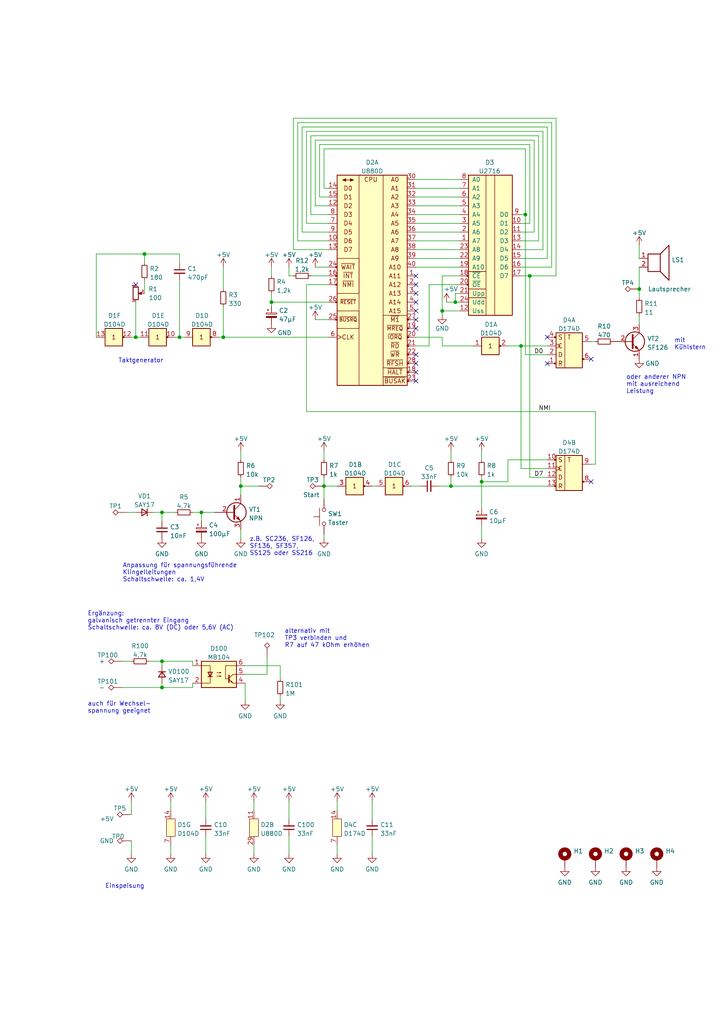
<source format=kicad_sch>
(kicad_sch (version 20211123) (generator eeschema)
  (paper "A4" portrait)
  (title_block (title "Melodieklingel") (date "28.12.22") (rev "3") (company "FA 4/86") (comment 1 "boert"))
  (lib_symbols
    (symbol "Connector:TestPoint_Alt" (pin_numbers hide) (pin_names (offset 0.762) hide)
      (property "Reference" "TP" (at 0 6.858 0))
      (property "Value" "TestPoint_Alt" (at 0 5.08 0))
      (symbol "TestPoint_Alt_1_1"
        (pin passive line (at 0 0 90) (length 2.54) (name "1") (number "1"))
      )
    )
    (symbol "Device:C_Polarized_Small" (pin_numbers hide) (pin_names (offset 0.254) hide)
      (property "Reference" "C" (at 0.254 1.778 0))
      (property "Value" "C_Polarized_Small" (at 0.254 -2.032 0))
      (symbol "C_Polarized_Small_1_1"
        (pin passive line (at 0 2.54 270) (length 1.8542) (name "~") (number "1"))
        (pin passive line (at 0 -2.54 90) (length 1.8542) (name "~") (number "2"))
      )
    )
    (symbol "Device:C_Small" (pin_numbers hide) (pin_names (offset 0.254) hide)
      (property "Reference" "C" (at 0.254 1.778 0))
      (property "Value" "C_Small" (at 0.254 -2.032 0))
      (symbol "C_Small_1_1"
        (pin passive line (at 0 2.54 270) (length 2.032) (name "~") (number "1"))
        (pin passive line (at 0 -2.54 90) (length 2.032) (name "~") (number "2"))
      )
    )
    (symbol "Device:D_Small" (pin_numbers hide) (pin_names (offset 0.254) hide)
      (property "Reference" "D" (at -1.27 2.032 0))
      (property "Value" "D_Small" (at -3.81 -2.032 0))
      (symbol "D_Small_1_1"
        (pin passive line (at -2.54 0 0) (length 1.778) (name "K") (number "1"))
        (pin passive line (at 2.54 0 180) (length 1.778) (name "A") (number "2"))
      )
    )
    (symbol "Device:R_Potentiometer_Small" (pin_names (offset 1.016) hide)
      (property "Reference" "RV" (at -4.445 0 90))
      (property "Value" "R_Potentiometer_Small" (at -2.54 0 90))
      (symbol "R_Potentiometer_Small_1_1"
        (pin passive line (at 0 2.54 270) (length 0.635) (name "1") (number "1"))
        (pin passive line (at 2.54 0 180) (length 0.9906) (name "2") (number "2"))
        (pin passive line (at 0 -2.54 90) (length 0.635) (name "3") (number "3"))
      )
    )
    (symbol "Device:R_Small" (pin_numbers hide) (pin_names (offset 0.254) hide)
      (property "Reference" "R" (at 0.762 0.508 0))
      (property "Value" "R_Small" (at 0.762 -1.016 0))
      (symbol "R_Small_1_1"
        (pin passive line (at 0 2.54 270) (length 0.762) (name "~") (number "1"))
        (pin passive line (at 0 -2.54 90) (length 0.762) (name "~") (number "2"))
      )
    )
    (symbol "Device:Speaker" (pin_names (offset 0) hide)
      (property "Reference" "LS" (at 1.27 5.715 0))
      (property "Value" "Speaker" (at 1.27 3.81 0))
      (symbol "Speaker_1_1"
        (pin input line (at -5.08 0 0) (length 2.54) (name "1") (number "1"))
        (pin input line (at -5.08 -2.54 0) (length 2.54) (name "2") (number "2"))
      )
    )
    (symbol "Mechanical:MountingHole_Pad" (pin_numbers hide) (pin_names (offset 1.016) hide)
      (property "Reference" "H" (at 0 6.35 0))
      (property "Value" "MountingHole_Pad" (at 0 4.445 0))
      (symbol "MountingHole_Pad_1_1"
        (pin input line (at 0 -2.54 90) (length 2.54) (name "1") (number "1"))
      )
    )
    (symbol "RFT_Digitalschaltkreise:D104D" (pin_names (offset 1.016) hide)
      (property "Reference" "U" (at 0 3.81 0))
      (property "Value" "D104D" (at 0 -3.81 0))
      (symbol "D104D_1_0"
        (pin output line (at 5.08 0 180) (length 2.54) (name "Y1") (number "2"))
      )
      (symbol "D104D_1_1"
        (text "1" (at 0 0 0) (effects (font (size 1.27 1.27))))
        (pin input line (at -5.08 0 0) (length 2.54) (name "A1") (number "1"))
      )
      (symbol "D104D_2_1"
        (text "1" (at 0 0 0) (effects (font (size 1.27 1.27))))
        (pin input line (at -5.08 0 0) (length 2.54) (name "A2") (number "3"))
        (pin output line (at 5.08 0 180) (length 2.54) (name "Y2") (number "4"))
      )
      (symbol "D104D_3_1"
        (text "1" (at 0 0 0) (effects (font (size 1.27 1.27))))
        (pin input line (at -5.08 0 0) (length 2.54) (name "A3") (number "5"))
        (pin output line (at 5.08 0 180) (length 2.54) (name "Y3") (number "6"))
      )
      (symbol "D104D_4_1"
        (text "1" (at 0 0 0) (effects (font (size 1.27 1.27))))
        (pin output line (at 5.08 0 180) (length 2.54) (name "Y4") (number "8"))
        (pin input line (at -5.08 0 0) (length 2.54) (name "A4") (number "9"))
      )
      (symbol "D104D_5_1"
        (text "1" (at 0 0 0) (effects (font (size 1.27 1.27))))
        (pin output line (at 5.08 0 180) (length 2.54) (name "Y5") (number "10"))
        (pin input line (at -5.08 0 0) (length 2.54) (name "A5") (number "11"))
      )
      (symbol "D104D_6_1"
        (text "1" (at 0 0 0) (effects (font (size 1.27 1.27))))
        (pin output line (at 5.08 0 180) (length 2.54) (name "Y6") (number "12"))
        (pin input line (at -5.08 0 0) (length 2.54) (name "A6") (number "13"))
      )
      (symbol "D104D_7_1"
        (pin power_in line (at 0 5.08 270) (length 2.54) (name "Vcc") (number "14"))
        (pin power_in line (at 0 -5.08 90) (length 2.54) (name "GND") (number "7"))
      )
    )
    (symbol "RFT_Digitalschaltkreise:D174D" (pin_names (offset 1.016) hide)
      (property "Reference" "U" (at 0 6.35 0))
      (property "Value" "D174D" (at 0 -6.35 0))
      (symbol "D174D_1_1"
        (text "C" (at -2.54 1.27 0) (effects (font (size 1.27 1.27))))
        (text "D" (at -2.54 -1.27 0) (effects (font (size 1.27 1.27))))
        (text "R" (at -2.54 -3.81 0) (effects (font (size 1.27 1.27))))
        (text "S" (at -2.54 3.81 0) (effects (font (size 1.27 1.27))))
        (text "T" (at 0 3.81 0) (effects (font (size 1.27 1.27))))
        (pin input line (at -6.35 -3.81 0) (length 2.54) (name "R1") (number "1"))
        (pin input line (at -6.35 -1.27 0) (length 2.54) (name "D1") (number "2"))
        (pin input clock (at -6.35 1.27 0) (length 2.54) (name "T1") (number "3"))
        (pin input line (at -6.35 3.81 0) (length 2.54) (name "S1") (number "4"))
        (pin output line (at 6.35 2.54 180) (length 2.54) (name "Q1") (number "5"))
        (pin output line (at 6.35 -2.54 180) (length 2.54) (name "/Q1") (number "6"))
      )
      (symbol "D174D_2_1"
        (text "C" (at -2.54 1.27 0) (effects (font (size 1.27 1.27))))
        (text "D" (at -2.54 -1.27 0) (effects (font (size 1.27 1.27))))
        (text "R" (at -2.54 -3.81 0) (effects (font (size 1.27 1.27))))
        (text "S" (at -2.54 3.81 0) (effects (font (size 1.27 1.27))))
        (text "T" (at 0 3.81 0) (effects (font (size 1.27 1.27))))
        (pin input line (at -6.35 3.81 0) (length 2.54) (name "S2") (number "10"))
        (pin input clock (at -6.35 1.27 0) (length 2.54) (name "T2") (number "11"))
        (pin input line (at -6.35 -1.27 0) (length 2.54) (name "D2") (number "12"))
        (pin input line (at -6.35 -3.81 0) (length 2.54) (name "R2") (number "13"))
        (pin output line (at 6.35 -2.54 180) (length 2.54) (name "/Q2") (number "8"))
        (pin output line (at 6.35 2.54 180) (length 2.54) (name "Q2") (number "9"))
      )
      (symbol "D174D_3_1"
        (pin power_in line (at 0 5.08 270) (length 2.54) (name "Vcc") (number "14"))
        (pin power_in line (at 0 -5.08 90) (length 2.54) (name "GND") (number "7"))
      )
    )
    (symbol "RFT_Digitalschaltkreise:U2716" (pin_names (offset 1.016))
      (property "Reference" "U" (at 0 21.59 0))
      (property "Value" "U2716" (at 0 -21.59 0))
      (symbol "U2716_1_1"
        (pin input line (at -8.89 1.27 0) (length 2.54) (name "A7") (number "1"))
        (pin tri_state line (at 8.89 6.35 180) (length 2.54) (name "D1") (number "10"))
        (pin tri_state line (at 8.89 3.81 180) (length 2.54) (name "D2") (number "11"))
        (pin power_in line (at -8.89 -19.05 0) (length 2.54) (name "Uss") (number "12"))
        (pin tri_state line (at 8.89 1.27 180) (length 2.54) (name "D3") (number "13"))
        (pin tri_state line (at 8.89 -1.27 180) (length 2.54) (name "D4") (number "14"))
        (pin tri_state line (at 8.89 -3.81 180) (length 2.54) (name "D5") (number "15"))
        (pin tri_state line (at 8.89 -6.35 180) (length 2.54) (name "D6") (number "16"))
        (pin tri_state line (at 8.89 -8.89 180) (length 2.54) (name "D7") (number "17"))
        (pin input line (at -8.89 -8.89 0) (length 2.54) (name "~{CE}") (number "18"))
        (pin input line (at -8.89 -6.35 0) (length 2.54) (name "A10") (number "19"))
        (pin input line (at -8.89 3.81 0) (length 2.54) (name "A6") (number "2"))
        (pin input line (at -8.89 -11.43 0) (length 2.54) (name "~{OE}") (number "20"))
        (pin power_in line (at -8.89 -13.97 0) (length 2.54) (name "Upp") (number "21"))
        (pin input line (at -8.89 -3.81 0) (length 2.54) (name "A9") (number "22"))
        (pin input line (at -8.89 -1.27 0) (length 2.54) (name "A8") (number "23"))
        (pin power_in line (at -8.89 -16.51 0) (length 2.54) (name "Udd") (number "24"))
        (pin input line (at -8.89 6.35 0) (length 2.54) (name "A5") (number "3"))
        (pin input line (at -8.89 8.89 0) (length 2.54) (name "A4") (number "4"))
        (pin input line (at -8.89 11.43 0) (length 2.54) (name "A3") (number "5"))
        (pin input line (at -8.89 13.97 0) (length 2.54) (name "A2") (number "6"))
        (pin input line (at -8.89 16.51 0) (length 2.54) (name "A1") (number "7"))
        (pin input line (at -8.89 19.05 0) (length 2.54) (name "A0") (number "8"))
        (pin tri_state line (at 8.89 8.89 180) (length 2.54) (name "D0") (number "9"))
      )
    )
    (symbol "RFT_Digitalschaltkreise:U880D" (pin_names (offset 1.016) hide)
      (property "Reference" "U" (at 0 31.75 0))
      (property "Value" "U880D" (at 0 -31.75 0))
      (symbol "U880D_1_1"
        (text "A0" (at 7.874 29.21 0) (effects (font (size 1.27 1.27))))
        (text "A1" (at 7.874 26.67 0) (effects (font (size 1.27 1.27))))
        (text "A10" (at 7.874 3.81 0) (effects (font (size 1.27 1.27))))
        (text "A11" (at 7.874 1.27 0) (effects (font (size 1.27 1.27))))
        (text "A12" (at 7.874 -1.27 0) (effects (font (size 1.27 1.27))))
        (text "A13" (at 7.874 -3.81 0) (effects (font (size 1.27 1.27))))
        (text "A14" (at 7.874 -6.35 0) (effects (font (size 1.27 1.27))))
        (text "A15" (at 7.874 -8.89 0) (effects (font (size 1.27 1.27))))
        (text "A2" (at 7.874 24.13 0) (effects (font (size 1.27 1.27))))
        (text "A3" (at 7.874 21.59 0) (effects (font (size 1.27 1.27))))
        (text "A4" (at 7.874 19.05 0) (effects (font (size 1.27 1.27))))
        (text "A5" (at 7.874 16.51 0) (effects (font (size 1.27 1.27))))
        (text "A6" (at 7.874 13.97 0) (effects (font (size 1.27 1.27))))
        (text "A7" (at 7.874 11.43 0) (effects (font (size 1.27 1.27))))
        (text "A8" (at 7.874 8.89 0) (effects (font (size 1.27 1.27))))
        (text "A9" (at 7.874 6.35 0) (effects (font (size 1.27 1.27))))
        (text "CLK" (at -5.715 -16.51 0) (effects (font (size 1.27 1.27))))
        (text "CPU" (at 0.889 29.21 0) (effects (font (size 1.27 1.27))))
        (text "D0" (at -5.715 26.67 0) (effects (font (size 1.27 1.27))))
        (text "D1" (at -5.715 24.13 0) (effects (font (size 1.27 1.27))))
        (text "D2" (at -5.715 21.59 0) (effects (font (size 1.27 1.27))))
        (text "D3" (at -5.715 19.05 0) (effects (font (size 1.27 1.27))))
        (text "D4" (at -5.715 16.51 0) (effects (font (size 1.27 1.27))))
        (text "D5" (at -5.715 13.97 0) (effects (font (size 1.27 1.27))))
        (text "D6" (at -5.715 11.43 0) (effects (font (size 1.27 1.27))))
        (text "D7" (at -5.715 8.89 0) (effects (font (size 1.27 1.27))))
        (text "~{BUSAK}" (at 7.874 -29.21 0) (effects (font (size 1.27 1.27))))
        (text "~{BUSRQ}" (at -5.715 -11.43 0) (effects (font (size 1.016 1.016))))
        (text "~{HALT}" (at 7.874 -26.67 0) (effects (font (size 1.27 1.27))))
        (text "~{INT}" (at -5.715 1.27 0) (effects (font (size 1.27 1.27))))
        (text "~{IORQ}" (at 7.874 -16.51 0) (effects (font (size 1.143 1.143))))
        (text "~{M1}" (at 7.874 -11.43 0) (effects (font (size 1.27 1.27))))
        (text "~{MREQ}" (at 7.874 -13.97 0) (effects (font (size 1.143 1.143))))
        (text "~{NMI}" (at -5.715 -1.27 0) (effects (font (size 1.27 1.27))))
        (text "~{RD}" (at 7.874 -19.05 0) (effects (font (size 1.27 1.27))))
        (text "~{RESET}" (at -5.715 -6.35 0) (effects (font (size 1.016 1.016))))
        (text "~{RFSH}" (at 7.874 -24.13 0) (effects (font (size 1.27 1.27))))
        (text "~{WAIT}" (at -5.715 3.81 0) (effects (font (size 1.27 1.27))))
        (text "~{WR}" (at 7.874 -21.59 0) (effects (font (size 1.27 1.27))))
        (pin tri_state line (at 13.97 1.27 180) (length 2.54) (name "A11") (number "1"))
        (pin bidirectional line (at -11.43 11.43 0) (length 2.54) (name "D6") (number "10"))
        (pin bidirectional line (at -11.43 21.59 0) (length 2.54) (name "D2") (number "12"))
        (pin bidirectional line (at -11.43 8.89 0) (length 2.54) (name "D7") (number "13"))
        (pin bidirectional line (at -11.43 26.67 0) (length 2.54) (name "D0") (number "14"))
        (pin bidirectional line (at -11.43 24.13 0) (length 2.54) (name "D1") (number "15"))
        (pin input line (at -11.43 1.27 0) (length 2.54) (name "~{INT}") (number "16"))
        (pin input line (at -11.43 -1.27 0) (length 2.54) (name "~{NMI}") (number "17"))
        (pin tri_state line (at 13.97 -26.67 180) (length 2.54) (name "~{HALT}") (number "18"))
        (pin tri_state line (at 13.97 -13.97 180) (length 2.54) (name "~{MREQ}") (number "19"))
        (pin tri_state line (at 13.97 -1.27 180) (length 2.54) (name "A12") (number "2"))
        (pin tri_state line (at 13.97 -16.51 180) (length 2.54) (name "~{IORQ}") (number "20"))
        (pin tri_state line (at 13.97 -19.05 180) (length 2.54) (name "~{RD}") (number "21"))
        (pin tri_state line (at 13.97 -21.59 180) (length 2.54) (name "~{WR}") (number "22"))
        (pin open_collector line (at 13.97 -29.21 180) (length 2.54) (name "~{BUSAK}") (number "23"))
        (pin input line (at -11.43 3.81 0) (length 2.54) (name "~{WAIT}") (number "24"))
        (pin input line (at -11.43 -11.43 0) (length 2.54) (name "~{BUSRQ}") (number "25"))
        (pin input line (at -11.43 -6.35 0) (length 2.54) (name "~{RESET}") (number "26"))
        (pin tri_state line (at 13.97 -11.43 180) (length 2.54) (name "~{M1}") (number "27"))
        (pin tri_state line (at 13.97 -24.13 180) (length 2.54) (name "~{RFSH}") (number "28"))
        (pin tri_state line (at 13.97 -3.81 180) (length 2.54) (name "A13") (number "3"))
        (pin tri_state line (at 13.97 29.21 180) (length 2.54) (name "A0") (number "30"))
        (pin tri_state line (at 13.97 26.67 180) (length 2.54) (name "A1") (number "31"))
        (pin tri_state line (at 13.97 24.13 180) (length 2.54) (name "A2") (number "32"))
        (pin tri_state line (at 13.97 21.59 180) (length 2.54) (name "A3") (number "33"))
        (pin tri_state line (at 13.97 19.05 180) (length 2.54) (name "A4") (number "34"))
        (pin tri_state line (at 13.97 16.51 180) (length 2.54) (name "A5") (number "35"))
        (pin tri_state line (at 13.97 13.97 180) (length 2.54) (name "A6") (number "36"))
        (pin tri_state line (at 13.97 11.43 180) (length 2.54) (name "A7") (number "37"))
        (pin tri_state line (at 13.97 8.89 180) (length 2.54) (name "A8") (number "38"))
        (pin tri_state line (at 13.97 6.35 180) (length 2.54) (name "A9") (number "39"))
        (pin tri_state line (at 13.97 -6.35 180) (length 2.54) (name "A14") (number "4"))
        (pin tri_state line (at 13.97 3.81 180) (length 2.54) (name "A10") (number "40"))
        (pin tri_state line (at 13.97 -8.89 180) (length 2.54) (name "A15") (number "5"))
        (pin input clock (at -11.43 -16.51 0) (length 2.54) (name "CLK") (number "6"))
        (pin bidirectional line (at -11.43 16.51 0) (length 2.54) (name "D4") (number "7"))
        (pin bidirectional line (at -11.43 19.05 0) (length 2.54) (name "D3") (number "8"))
        (pin bidirectional line (at -11.43 13.97 0) (length 2.54) (name "D5") (number "9"))
      )
      (symbol "U880D_2_1"
        (pin power_in line (at 0 5.08 270) (length 2.54) (name "Vcc") (number "11"))
        (pin power_in line (at 0 -5.08 90) (length 2.54) (name "GND") (number "29"))
      )
    )
    (symbol "RFT_Optoelektronik:MB104" (pin_names (offset 1.016))
      (property "Reference" "U" (at 0 5.08 0))
      (property "Value" "MB104" (at 0 -5.08 0))
      (symbol "MB104_1_1"
        (pin passive line (at -7.62 2.54 0) (length 2.54) (name "~") (number "1"))
        (pin passive line (at -7.62 -2.54 0) (length 2.54) (name "~") (number "2"))
        (pin no_connect line (at -7.62 0 0) (length 2.54) hide (name "~") (number "3"))
        (pin passive line (at 7.62 -2.54 180) (length 2.54) (name "~") (number "4"))
        (pin passive line (at 7.62 0 180) (length 2.54) (name "~") (number "5"))
        (pin passive line (at 7.62 2.54 180) (length 2.54) (name "~") (number "6"))
      )
    )
    (symbol "RFT_Transistoren_und_Dioden:SF126" (pin_names (offset 0) hide)
      (property "Reference" "Q" (at 5.08 1.27 0))
      (property "Value" "SF126" (at 5.08 -1.27 0))
      (symbol "SF126_1_1"
        (pin passive line (at 2.54 5.08 270) (length 2.54) (name "C") (number "1"))
        (pin input line (at -5.08 0 0) (length 5.715) (name "B") (number "2"))
        (pin passive line (at 2.54 -5.08 90) (length 2.54) (name "E") (number "3"))
      )
    )
    (symbol "SF126_1" (pin_names (offset 0) hide)
      (property "Reference" "Q" (at 5.08 1.27 0))
      (property "Value" "SF126_1" (at 5.08 -1.27 0))
      (symbol "SF126_1_1_1"
        (pin passive line (at 2.54 -5.08 90) (length 2.54) (name "E") (number "1"))
        (pin passive line (at -5.08 0 0) (length 5.715) (name "B") (number "2"))
        (pin passive line (at 2.54 5.08 270) (length 2.54) (name "C") (number "3"))
      )
    )
    (symbol "Switch:SW_Push" (pin_numbers hide) (pin_names (offset 1.016) hide)
      (property "Reference" "SW" (at 1.27 2.54 0))
      (property "Value" "SW_Push" (at 0 -1.524 0))
      (symbol "SW_Push_0_1"
        (pin passive line (at -5.08 0 0) (length 2.54) (name "1") (number "1"))
        (pin passive line (at 5.08 0 180) (length 2.54) (name "2") (number "2"))
      )
    )
    (symbol "power:+5V" (power) (pin_names (offset 0))
      (property "Value" "+5V" (at 0 3.556 0))
      (symbol "+5V_1_1"
        (pin power_in line (at 0 0 90) (length 0) hide (name "+5V") (number "1"))
      )
    )
    (symbol "power:GND" (power) (pin_names (offset 0))
      (property "Value" "GND" (at 0 -3.81 0))
      (symbol "GND_1_1"
        (pin power_in line (at 0 0 270) (length 0) hide (name "GND") (number "1"))
      )
    )
  )
  (junction (at 78.74 87.63))
  (junction (at 151.13 100.33))
  (junction (at 46.99 191.77))
  (junction (at 46.99 148.59))
  (junction (at 153.67 80.01))
  (junction (at 46.99 199.39))
  (junction (at 139.7 139.7))
  (junction (at 152.4 62.23))
  (junction (at 93.98 140.97))
  (junction (at 64.77 97.79))
  (junction (at 132.08 87.63))
  (junction (at 41.91 73.66))
  (junction (at 52.07 97.79))
  (junction (at 58.42 148.59))
  (junction (at 185.42 83.82))
  (junction (at 39.37 97.79))
  (junction (at 130.81 140.97))
  (junction (at 69.85 140.97))
  (junction (at 128.27 90.17))
  (no_connect (at 120.65 105.41))
  (no_connect (at 158.75 97.79))
  (no_connect (at 120.65 110.49))
  (no_connect (at 120.65 90.17))
  (no_connect (at 120.65 92.71))
  (no_connect (at 158.75 105.41))
  (no_connect (at 120.65 107.95))
  (no_connect (at 120.65 80.01))
  (no_connect (at 39.37 82.55))
  (no_connect (at 120.65 87.63))
  (no_connect (at 120.65 102.87))
  (no_connect (at 120.65 85.09))
  (no_connect (at 171.45 139.7))
  (no_connect (at 120.65 82.55))
  (no_connect (at 171.45 104.14))
  (no_connect (at 120.65 95.25))
  (wire (pts (xy 139.7 139.7) (xy 139.7 147.32)))
  (wire (pts (xy 147.32 139.7) (xy 139.7 139.7)))
  (wire (pts (xy 46.99 151.13) (xy 46.99 148.59)))
  (wire (pts (xy 151.13 100.33) (xy 151.13 135.89)))
  (wire (pts (xy 153.67 64.77) (xy 153.67 41.91)))
  (wire (pts (xy 95.25 69.85) (xy 86.36 69.85)))
  (wire (pts (xy 88.9 38.1) (xy 157.48 38.1)))
  (wire (pts (xy 52.07 97.79) (xy 52.07 81.28)))
  (wire (pts (xy 86.36 69.85) (xy 86.36 35.56)))
  (wire (pts (xy 95.25 62.23) (xy 90.17 62.23)))
  (wire (pts (xy 120.65 62.23) (xy 133.35 62.23)))
  (wire (pts (xy 158.75 74.93) (xy 151.13 74.93)))
  (wire (pts (xy 63.5 97.79) (xy 64.77 97.79)))
  (wire (pts (xy 39.37 97.79) (xy 40.64 97.79)))
  (wire (pts (xy 73.66 232.41) (xy 73.66 234.95)))
  (wire (pts (xy 90.17 62.23) (xy 90.17 39.37)))
  (wire (pts (xy 97.79 232.41) (xy 97.79 234.95)))
  (wire (pts (xy 147.32 133.35) (xy 147.32 139.7)))
  (wire (pts (xy 69.85 140.97) (xy 74.93 140.97)))
  (wire (pts (xy 69.85 138.43) (xy 69.85 140.97)))
  (wire (pts (xy 93.98 54.61) (xy 93.98 43.18)))
  (wire (pts (xy 78.74 77.47) (xy 78.74 80.01)))
  (wire (pts (xy 154.94 67.31) (xy 151.13 67.31)))
  (wire (pts (xy 130.81 130.81) (xy 130.81 133.35)))
  (wire (pts (xy 38.1 243.84) (xy 38.1 247.65)))
  (wire (pts (xy 85.09 34.29) (xy 161.29 34.29)))
  (wire (pts (xy 92.71 57.15) (xy 95.25 57.15)))
  (wire (pts (xy 69.85 153.67) (xy 69.85 156.21)))
  (wire (pts (xy 120.65 64.77) (xy 133.35 64.77)))
  (wire (pts (xy 88.9 82.55) (xy 88.9 119.38)))
  (wire (pts (xy 39.37 87.63) (xy 39.37 97.79)))
  (wire (pts (xy 46.99 148.59) (xy 50.8 148.59)))
  (wire (pts (xy 41.91 73.66) (xy 52.07 73.66)))
  (wire (pts (xy 83.82 77.47) (xy 83.82 80.01)))
  (wire (pts (xy 52.07 97.79) (xy 53.34 97.79)))
  (wire (pts (xy 93.98 138.43) (xy 93.98 140.97)))
  (wire (pts (xy 83.82 242.57) (xy 83.82 247.65)))
  (wire (pts (xy 97.79 245.11) (xy 97.79 247.65)))
  (wire (pts (xy 156.21 69.85) (xy 151.13 69.85)))
  (wire (pts (xy 158.75 138.43) (xy 153.67 138.43)))
  (wire (pts (xy 157.48 38.1) (xy 157.48 72.39)))
  (wire (pts (xy 129.54 87.63) (xy 132.08 87.63)))
  (wire (pts (xy 93.98 140.97) (xy 97.79 140.97)))
  (wire (pts (xy 81.28 193.04) (xy 81.28 196.85)))
  (wire (pts (xy 133.35 80.01) (xy 128.27 80.01)))
  (wire (pts (xy 128.27 90.17) (xy 128.27 91.44)))
  (wire (pts (xy 41.91 73.66) (xy 27.94 73.66)))
  (wire (pts (xy 153.67 41.91) (xy 92.71 41.91)))
  (wire (pts (xy 120.65 100.33) (xy 124.46 100.33)))
  (wire (pts (xy 55.88 148.59) (xy 58.42 148.59)))
  (wire (pts (xy 49.53 232.41) (xy 49.53 234.95)))
  (wire (pts (xy 152.4 43.18) (xy 152.4 62.23)))
  (wire (pts (xy 41.91 81.28) (xy 41.91 85.09)))
  (wire (pts (xy 139.7 156.21) (xy 139.7 152.4)))
  (wire (pts (xy 46.99 198.12) (xy 46.99 199.39)))
  (wire (pts (xy 87.63 67.31) (xy 87.63 36.83)))
  (wire (pts (xy 120.65 59.69) (xy 133.35 59.69)))
  (wire (pts (xy 81.28 201.93) (xy 81.28 203.2)))
  (wire (pts (xy 133.35 85.09) (xy 132.08 85.09)))
  (wire (pts (xy 120.65 57.15) (xy 133.35 57.15)))
  (wire (pts (xy 92.71 41.91) (xy 92.71 57.15)))
  (wire (pts (xy 50.8 97.79) (xy 52.07 97.79)))
  (wire (pts (xy 95.25 54.61) (xy 93.98 54.61)))
  (wire (pts (xy 83.82 80.01) (xy 85.09 80.01)))
  (wire (pts (xy 35.56 191.77) (xy 38.1 191.77)))
  (wire (pts (xy 172.72 119.38) (xy 172.72 134.62)))
  (wire (pts (xy 46.99 191.77) (xy 55.88 191.77)))
  (wire (pts (xy 59.69 232.41) (xy 59.69 237.49)))
  (wire (pts (xy 52.07 76.2) (xy 52.07 73.66)))
  (wire (pts (xy 158.75 102.87) (xy 152.4 102.87)))
  (wire (pts (xy 73.66 245.11) (xy 73.66 247.65)))
  (wire (pts (xy 91.44 92.71) (xy 95.25 92.71)))
  (wire (pts (xy 120.65 67.31) (xy 133.35 67.31)))
  (wire (pts (xy 91.44 59.69) (xy 91.44 40.64)))
  (wire (pts (xy 185.42 83.82) (xy 185.42 86.36)))
  (wire (pts (xy 130.81 138.43) (xy 130.81 140.97)))
  (wire (pts (xy 153.67 80.01) (xy 153.67 138.43)))
  (wire (pts (xy 139.7 130.81) (xy 139.7 133.35)))
  (wire (pts (xy 93.98 140.97) (xy 93.98 144.78)))
  (wire (pts (xy 46.99 199.39) (xy 55.88 199.39)))
  (wire (pts (xy 87.63 36.83) (xy 158.75 36.83)))
  (wire (pts (xy 185.42 71.12) (xy 185.42 74.93)))
  (wire (pts (xy 160.02 35.56) (xy 160.02 77.47)))
  (wire (pts (xy 152.4 62.23) (xy 151.13 62.23)))
  (wire (pts (xy 78.74 85.09) (xy 78.74 87.63)))
  (wire (pts (xy 132.08 87.63) (xy 133.35 87.63)))
  (wire (pts (xy 137.16 100.33) (xy 128.27 100.33)))
  (wire (pts (xy 127 140.97) (xy 130.81 140.97)))
  (wire (pts (xy 93.98 43.18) (xy 152.4 43.18)))
  (wire (pts (xy 58.42 151.13) (xy 58.42 148.59)))
  (wire (pts (xy 153.67 80.01) (xy 151.13 80.01)))
  (wire (pts (xy 139.7 138.43) (xy 139.7 139.7)))
  (wire (pts (xy 128.27 80.01) (xy 128.27 90.17)))
  (wire (pts (xy 69.85 130.81) (xy 69.85 133.35)))
  (wire (pts (xy 38.1 97.79) (xy 39.37 97.79)))
  (wire (pts (xy 59.69 242.57) (xy 59.69 247.65)))
  (wire (pts (xy 58.42 148.59) (xy 62.23 148.59)))
  (wire (pts (xy 119.38 140.97) (xy 121.92 140.97)))
  (wire (pts (xy 95.25 82.55) (xy 88.9 82.55)))
  (wire (pts (xy 120.65 52.07) (xy 133.35 52.07)))
  (wire (pts (xy 171.45 134.62) (xy 172.72 134.62)))
  (wire (pts (xy 158.75 36.83) (xy 158.75 74.93)))
  (wire (pts (xy 93.98 130.81) (xy 93.98 133.35)))
  (wire (pts (xy 153.67 80.01) (xy 161.29 80.01)))
  (wire (pts (xy 107.95 140.97) (xy 109.22 140.97)))
  (wire (pts (xy 46.99 191.77) (xy 46.99 193.04)))
  (wire (pts (xy 36.83 148.59) (xy 39.37 148.59)))
  (wire (pts (xy 157.48 72.39) (xy 151.13 72.39)))
  (wire (pts (xy 91.44 40.64) (xy 154.94 40.64)))
  (wire (pts (xy 107.95 232.41) (xy 107.95 237.49)))
  (wire (pts (xy 38.1 232.41) (xy 38.1 236.22)))
  (wire (pts (xy 120.65 72.39) (xy 133.35 72.39)))
  (wire (pts (xy 64.77 88.9) (xy 64.77 97.79)))
  (wire (pts (xy 35.56 199.39) (xy 46.99 199.39)))
  (wire (pts (xy 152.4 102.87) (xy 152.4 62.23)))
  (wire (pts (xy 151.13 100.33) (xy 158.75 100.33)))
  (wire (pts (xy 147.32 100.33) (xy 151.13 100.33)))
  (wire (pts (xy 93.98 154.94) (xy 93.98 156.21)))
  (wire (pts (xy 85.09 72.39) (xy 85.09 34.29)))
  (wire (pts (xy 161.29 34.29) (xy 161.29 80.01)))
  (wire (pts (xy 107.95 242.57) (xy 107.95 247.65)))
  (wire (pts (xy 120.65 54.61) (xy 133.35 54.61)))
  (wire (pts (xy 41.91 73.66) (xy 41.91 76.2)))
  (wire (pts (xy 158.75 135.89) (xy 151.13 135.89)))
  (wire (pts (xy 171.45 99.06) (xy 172.72 99.06)))
  (wire (pts (xy 120.65 69.85) (xy 133.35 69.85)))
  (wire (pts (xy 64.77 77.47) (xy 64.77 83.82)))
  (wire (pts (xy 154.94 40.64) (xy 154.94 67.31)))
  (wire (pts (xy 55.88 199.39) (xy 55.88 198.12)))
  (wire (pts (xy 151.13 64.77) (xy 153.67 64.77)))
  (wire (pts (xy 71.12 193.04) (xy 81.28 193.04)))
  (wire (pts (xy 185.42 77.47) (xy 185.42 83.82)))
  (wire (pts (xy 78.74 87.63) (xy 95.25 87.63)))
  (wire (pts (xy 160.02 77.47) (xy 151.13 77.47)))
  (wire (pts (xy 88.9 64.77) (xy 88.9 38.1)))
  (wire (pts (xy 95.25 64.77) (xy 88.9 64.77)))
  (wire (pts (xy 130.81 140.97) (xy 158.75 140.97)))
  (wire (pts (xy 55.88 191.77) (xy 55.88 193.04)))
  (wire (pts (xy 71.12 198.12) (xy 71.12 203.2)))
  (wire (pts (xy 77.47 190.5) (xy 77.47 195.58)))
  (wire (pts (xy 156.21 39.37) (xy 156.21 69.85)))
  (wire (pts (xy 91.44 77.47) (xy 95.25 77.47)))
  (wire (pts (xy 49.53 245.11) (xy 49.53 247.65)))
  (wire (pts (xy 83.82 232.41) (xy 83.82 237.49)))
  (wire (pts (xy 124.46 82.55) (xy 133.35 82.55)))
  (wire (pts (xy 128.27 97.79) (xy 120.65 97.79)))
  (wire (pts (xy 78.74 87.63) (xy 78.74 88.9)))
  (wire (pts (xy 185.42 91.44) (xy 185.42 93.98)))
  (wire (pts (xy 71.12 195.58) (xy 77.47 195.58)))
  (wire (pts (xy 90.17 39.37) (xy 156.21 39.37)))
  (wire (pts (xy 124.46 100.33) (xy 124.46 82.55)))
  (wire (pts (xy 120.65 77.47) (xy 133.35 77.47)))
  (wire (pts (xy 95.25 67.31) (xy 87.63 67.31)))
  (wire (pts (xy 128.27 90.17) (xy 133.35 90.17)))
  (wire (pts (xy 90.17 80.01) (xy 95.25 80.01)))
  (wire (pts (xy 128.27 100.33) (xy 128.27 97.79)))
  (wire (pts (xy 120.65 74.93) (xy 133.35 74.93)))
  (wire (pts (xy 158.75 133.35) (xy 147.32 133.35)))
  (wire (pts (xy 44.45 148.59) (xy 46.99 148.59)))
  (wire (pts (xy 95.25 72.39) (xy 85.09 72.39)))
  (wire (pts (xy 88.9 119.38) (xy 172.72 119.38)))
  (wire (pts (xy 43.18 191.77) (xy 46.99 191.77)))
  (wire (pts (xy 64.77 97.79) (xy 95.25 97.79)))
  (wire (pts (xy 27.94 73.66) (xy 27.94 97.79)))
  (wire (pts (xy 69.85 140.97) (xy 69.85 143.51)))
  (wire (pts (xy 86.36 35.56) (xy 160.02 35.56)))
  (wire (pts (xy 95.25 59.69) (xy 91.44 59.69)))
  (wire (pts (xy 132.08 85.09) (xy 132.08 87.63)))
  (text "auch für Wechsel-\nspannung geeignet" (at 25.4 207.01 0) (effects (font (size 1.27 1.27)) (justify left bottom)))
  (text "Ergänzung:\ngalvanisch getrennter Eingang\nSchaltschwelle: ca. 8V (DC) oder 5,6V (AC)" (at 25.4 182.88 0) (effects (font (size 1.27 1.27)) (justify left bottom)))
  (text "mit\nKühlstern" (at 195.58 101.6 0) (effects (font (size 1.27 1.27)) (justify left bottom)))
  (text "Einspeisung" (at 30.48 257.81 0) (effects (font (size 1.27 1.27)) (justify left bottom)))
  (text "oder anderer NPN\nmit ausreichend\nLeistung" (at 181.61 114.3 0) (effects (font (size 1.27 1.27)) (justify left bottom)))
  (text "alternativ mit\nTP3 verbinden und\nR7 auf 47 kOhm erhöhen" (at 82.55 187.96 0) (effects (font (size 1.27 1.27)) (justify left bottom)))
  (text "Anpassung für spannungsführende\nKlingelleitungen\nSchaltschwelle: ca. 1,4V" (at 35.56 168.91 0) (effects (font (size 1.27 1.27)) (justify left bottom)))
  (text "Taktgenerator\n" (at 34.29 105.41 0) (effects (font (size 1.27 1.27)) (justify left bottom)))
  (text "z.B. SC236, SF126,\nSF136, SF357, \nSS125 oder SS216" (at 72.39 161.29 0) (effects (font (size 1.27 1.27)) (justify left bottom)))
  (label "NMI" (at 156.21 119.38 0))
  (label "D7" (at 154.94 138.43 0))
  (label "D0" (at 154.94 102.87 0))
  (symbol (lib_id "power:GND") (at 190.5 251.46 0) (unit 1)
    (property "Reference" "#PWR0134" (effects hide))
    (property "Value" "GND" (at 190.5 255.9034 0))
  )
  (symbol (lib_id "Device:C_Polarized_Small") (at 139.7 149.86 0) (unit 1)
    (property "Reference" "C6" (at 141.859 148.4792 0) (effects (justify left)))
    (property "Value" "10µF" (at 141.859 151.0161 0) (effects (justify left)))
    (property "Footprint" "RFT_sonstiges:CP_Axial_L21.0mm_D8.0mm_P28.00mm_Horizontal" (effects hide))
  )
  (symbol (lib_id "power:GND") (at 185.42 104.14 0) (unit 1)
    (property "Reference" "#PWR0106" (effects hide))
    (property "Value" "GND" (at 189.23 105.41 0))
  )
  (symbol (lib_id "power:GND") (at 172.72 251.46 0) (unit 1)
    (property "Reference" "#PWR0132" (effects hide))
    (property "Value" "GND" (at 172.72 255.9034 0))
  )
  (symbol (lib_id "RFT_Digitalschaltkreise:U2716") (at 142.24 71.12 0) (unit 1)
    (property "Reference" "D3" (at 142.0495 47.1002 0))
    (property "Value" "U2716" (at 142.0495 49.6371 0))
    (property "Footprint" "Package_DIP:DIP-24_W15.24mm_LongPads" (effects hide))
    (property "Reference" "D3" (effects hide))
    (property "Value" "U2716" (effects hide))
  )
  (symbol (lib_id "RFT_Digitalschaltkreise:D104D") (at 114.3 140.97 0) (unit 3)
    (property "Reference" "D1" (at 114.4905 134.7302 0))
    (property "Value" "D104D" (at 114.4905 137.2671 0))
    (property "Footprint" "Package_DIP:DIP-14_W7.62mm_LongPads" (effects hide))
    (property "Reference" "D1" (effects hide))
    (property "Value" "D104D" (effects hide))
  )
  (symbol (lib_id "power:+5V") (at 91.44 92.71 0) (unit 1)
    (property "Reference" "#PWR0111" (effects hide))
    (property "Value" "+5V" (at 91.44 89.1342 0))
  )
  (symbol (lib_id "Connector:TestPoint_Alt") (at 38.1 243.84 90) (unit 1) (in_bom no)
    (property "Reference" "TP0" (at 34.29 242.57 90))
    (property "Value" "GND" (at 33.02 243.84 90) (effects (justify left)))
    (property "Footprint" "TestPoint:TestPoint_THTPad_2.5x2.5mm_Drill1.2mm" (effects hide))
  )
  (symbol (lib_id "power:+5V") (at 91.44 77.47 0) (unit 1)
    (property "Reference" "#PWR0113" (effects hide))
    (property "Value" "+5V" (at 91.44 73.8942 0))
  )
  (symbol (lib_id "Device:R_Potentiometer_Small") (at 39.37 85.09 0) (mirror x) (unit 1)
    (property "Reference" "R1" (at 45.72 83.82 0) (effects (justify right)))
    (property "Value" "100" (at 46.99 86.36 0) (effects (justify right)))
    (property "Footprint" "Potentiometer_THT:Potentiometer_Bourns_3296W_Vertical" (effects hide))
    (property "Reference" "R1" (effects hide))
    (property "Value" "100" (effects hide))
  )
  (symbol (lib_id "RFT_Digitalschaltkreise:D104D") (at 142.24 100.33 0) (unit 1)
    (property "Reference" "D1" (at 142.4305 94.0902 0))
    (property "Value" "D104D" (at 142.4305 96.6271 0))
    (property "Footprint" "Package_DIP:DIP-14_W7.62mm_LongPads" (effects hide))
    (property "Reference" "D1" (effects hide))
    (property "Value" "D104D" (effects hide))
  )
  (symbol (lib_id "Device:R_Small") (at 53.34 148.59 270) (unit 1)
    (property "Reference" "R5" (at 53.34 144.1536 90))
    (property "Value" "4,7k" (at 53.34 146.6905 90))
    (property "Footprint" "Resistor_THT:R_Axial_DIN0207_L6.3mm_D2.5mm_P15.24mm_Horizontal" (effects hide))
  )
  (symbol (lib_id "power:+5V") (at 93.98 130.81 0) (unit 1)
    (property "Reference" "#PWR0116" (effects hide))
    (property "Value" "+5V" (at 93.98 127.2342 0))
  )
  (symbol (lib_id "Mechanical:MountingHole_Pad") (at 172.72 248.92 0) (unit 1) (in_bom no)
    (property "Reference" "H2" (at 175.26 246.8153 0) (effects (justify left)))
    (property "Value" "MountingHole_Pad" (effects hide))
    (property "Footprint" "MountingHole:MountingHole_3.7mm_Pad_Via" (effects hide))
  )
  (symbol (lib_id "RFT_Digitalschaltkreise:D104D") (at 49.53 240.03 0) (unit 7)
    (property "Reference" "D1" (at 51.435 239.1953 0) (effects (justify left)))
    (property "Value" "D104D" (at 51.435 241.7322 0) (effects (justify left)))
    (property "Footprint" "Package_DIP:DIP-14_W7.62mm_LongPads" (effects hide))
    (property "Reference" "D1" (effects hide))
    (property "Value" "D104D" (effects hide))
  )
  (symbol (lib_id "Device:R_Small") (at 40.64 191.77 270) (unit 1)
    (property "Reference" "R100" (at 40.64 187.3336 90))
    (property "Value" "4,7k" (at 40.64 189.8705 90))
    (property "Footprint" "Resistor_THT:R_Axial_DIN0207_L6.3mm_D2.5mm_P15.24mm_Horizontal" (effects hide))
  )
  (symbol (lib_id "power:+5V") (at 49.53 232.41 0) (unit 1)
    (property "Reference" "#PWR0124" (effects hide))
    (property "Value" "+5V" (at 49.53 228.8342 0))
  )
  (symbol (lib_id "power:GND") (at 38.1 247.65 0) (unit 1)
    (property "Reference" "#PWR0127" (effects hide))
    (property "Value" "GND" (at 38.1 252.0934 0))
  )
  (symbol (lib_id "power:+5V") (at 97.79 232.41 0) (unit 1)
    (property "Reference" "#PWR0123" (effects hide))
    (property "Value" "+5V" (at 97.79 228.8342 0))
  )
  (symbol (lib_id "power:GND") (at 93.98 156.21 0) (unit 1)
    (property "Reference" "#PWR0114" (effects hide))
    (property "Value" "GND" (at 93.98 160.6534 0))
  )
  (symbol (lib_id "power:+5V") (at 107.95 232.41 0) (unit 1)
    (property "Reference" "#PWR0130" (effects hide))
    (property "Value" "+5V" (at 107.95 228.8342 0))
  )
  (symbol (lib_id "Device:C_Small") (at 59.69 240.03 180) (unit 1)
    (property "Reference" "C10" (at 62.0141 239.1889 0) (effects (justify right)))
    (property "Value" "33nF" (at 62.0141 241.7258 0) (effects (justify right)))
    (property "Footprint" "Capacitor_THT:C_Disc_D8.0mm_W2.5mm_P5.00mm" (effects hide))
  )
  (symbol (lib_id "power:GND") (at 83.82 247.65 0) (unit 1)
    (property "Reference" "#PWR0138" (effects hide))
    (property "Value" "GND" (at 83.82 252.0934 0))
  )
  (symbol (lib_id "Connector:TestPoint_Alt") (at 74.93 140.97 270) (unit 1) (in_bom no)
    (property "Reference" "TP2" (at 76.2 139.192 90) (effects (justify left)))
    (property "Value" "Ausgang" (effects hide))
    (property "Footprint" "TestPoint:TestPoint_THTPad_2.5x2.5mm_Drill1.2mm" (effects hide))
  )
  (symbol (lib_id "power:+5V") (at 64.77 77.47 0) (unit 1)
    (property "Reference" "#PWR0108" (effects hide))
    (property "Value" "+5V" (at 64.77 73.8942 0))
  )
  (symbol (lib_id "power:+5V") (at 185.42 71.12 0) (unit 1)
    (property "Reference" "#PWR0107" (effects hide))
    (property "Value" "+5V" (at 185.42 67.5442 0))
  )
  (symbol (lib_id "power:GND") (at 97.79 247.65 0) (unit 1)
    (property "Reference" "#PWR0121" (effects hide))
    (property "Value" "GND" (at 97.79 252.0934 0))
  )
  (symbol (lib_id "power:+5V") (at 69.85 130.81 0) (unit 1)
    (property "Reference" "#PWR0115" (effects hide))
    (property "Value" "+5V" (at 69.85 127.2342 0))
  )
  (symbol (lib_id "power:GND") (at 181.61 251.46 0) (unit 1)
    (property "Reference" "#PWR0133" (effects hide))
    (property "Value" "GND" (at 181.61 255.9034 0))
  )
  (symbol (lib_id "RFT_Digitalschaltkreise:D174D") (at 165.1 101.6 0) (unit 1)
    (property "Reference" "D4" (at 165.1 92.8202 0))
    (property "Value" "D174D" (at 165.1 95.3571 0))
    (property "Footprint" "Package_DIP:DIP-14_W7.62mm_LongPads" (effects hide))
    (property "Reference" "D4" (effects hide))
    (property "Value" "D174D" (effects hide))
  )
  (symbol (lib_id "RFT_Digitalschaltkreise:D174D") (at 97.79 240.03 0) (unit 3)
    (property "Reference" "D4" (at 99.695 239.1953 0) (effects (justify left)))
    (property "Value" "D174D" (at 99.695 241.7322 0) (effects (justify left)))
    (property "Footprint" "Package_DIP:DIP-14_W7.62mm_LongPads" (effects hide))
    (property "Reference" "D4" (effects hide))
    (property "Value" "D174D" (effects hide))
  )
  (symbol (lib_id "Device:D_Small") (at 41.91 148.59 180) (unit 1)
    (property "Reference" "VD1" (at 41.91 143.8742 0))
    (property "Value" "SAY17" (at 41.91 146.4111 0))
    (property "Footprint" "RFT_sonstiges:D_E-Line_P2.5mm_Vertical" (effects hide))
    (property "Reference" "VD1" (effects hide))
    (property "Value" "SAY17" (effects hide))
  )
  (symbol (lib_id "RFT_Digitalschaltkreise:U880D") (at 106.68 81.28 0) (unit 1)
    (property "Reference" "D2" (at 107.95 47.1002 0))
    (property "Value" "U880D" (at 107.95 49.6371 0))
    (property "Footprint" "Package_DIP:DIP-40_W15.24mm_LongPads" (effects hide))
    (property "Reference" "D2" (effects hide))
    (property "Value" "U880D" (effects hide))
  )
  (symbol (lib_id "power:+5V") (at 73.66 232.41 0) (unit 1)
    (property "Reference" "#PWR0125" (effects hide))
    (property "Value" "+5V" (at 73.66 228.8342 0))
  )
  (symbol (lib_id "power:+5V") (at 129.54 87.63 0) (unit 1)
    (property "Reference" "#PWR0102" (effects hide))
    (property "Value" "+5V" (at 130.81 83.82 0))
  )
  (symbol (lib_id "Device:R_Small") (at 41.91 78.74 180) (unit 1)
    (property "Reference" "R2" (at 43.4086 77.9053 0) (effects (justify right)))
    (property "Value" "180" (at 43.4086 80.4422 0) (effects (justify right)))
    (property "Footprint" "Resistor_THT:R_Axial_DIN0207_L6.3mm_D2.5mm_P5.08mm_Vertical" (effects hide))
  )
  (symbol (lib_id "Device:D_Small") (at 46.99 195.58 270) (unit 1)
    (property "Reference" "VD100" (at 48.768 194.7453 90) (effects (justify left)))
    (property "Value" "SAY17" (at 48.768 197.2822 90) (effects (justify left)))
    (property "Footprint" "RFT_sonstiges:D_E-Line_P2.5mm_Vertical" (effects hide))
    (property "Reference" "VD100" (effects hide))
    (property "Value" "SAY17" (effects hide))
  )
  (symbol (lib_id "power:GND") (at 58.42 156.21 0) (unit 1)
    (property "Reference" "#PWR0118" (effects hide))
    (property "Value" "GND" (at 58.42 160.6534 0))
  )
  (symbol (lib_id "power:GND") (at 73.66 247.65 0) (unit 1)
    (property "Reference" "#PWR0120" (effects hide))
    (property "Value" "GND" (at 73.66 252.0934 0))
  )
  (symbol (lib_id "RFT_Digitalschaltkreise:D174D") (at 165.1 137.16 0) (unit 2)
    (property "Reference" "D4" (at 165.1 128.3802 0))
    (property "Value" "D174D" (at 165.1 130.9171 0))
    (property "Footprint" "Package_DIP:DIP-14_W7.62mm_LongPads" (effects hide))
    (property "Reference" "D4" (effects hide))
    (property "Value" "D174D" (effects hide))
  )
  (symbol (lib_id "power:GND") (at 46.99 156.21 0) (unit 1)
    (property "Reference" "#PWR0119" (effects hide))
    (property "Value" "GND" (at 46.99 160.6534 0))
  )
  (symbol (lib_id "Device:R_Small") (at 64.77 86.36 0) (unit 1)
    (property "Reference" "R3" (at 66.2686 85.5253 0) (effects (justify left)))
    (property "Value" "330" (at 66.2686 88.0622 0) (effects (justify left)))
    (property "Footprint" "Resistor_THT:R_Axial_DIN0207_L6.3mm_D2.5mm_P15.24mm_Horizontal" (effects hide))
  )
  (symbol (lib_id "power:GND") (at 49.53 247.65 0) (unit 1)
    (property "Reference" "#PWR0122" (effects hide))
    (property "Value" "GND" (at 49.53 252.0934 0))
  )
  (symbol (lib_id "power:+5V") (at 38.1 232.41 0) (unit 1)
    (property "Reference" "#PWR0126" (effects hide))
    (property "Value" "+5V" (at 38.1 228.8342 0))
  )
  (symbol (lib_id "Device:R_Small") (at 78.74 82.55 0) (unit 1)
    (property "Reference" "R4" (at 80.2386 81.7153 0) (effects (justify left)))
    (property "Value" "1,2k" (at 80.2386 84.2522 0) (effects (justify left)))
    (property "Footprint" "Resistor_THT:R_Axial_DIN0411_L9.9mm_D3.6mm_P5.08mm_Vertical" (effects hide))
  )
  (symbol (lib_id "Device:C_Small") (at 52.07 78.74 0) (unit 1)
    (property "Reference" "C1" (at 54.3941 77.9116 0) (effects (justify left)))
    (property "Value" "470pF" (at 54.3941 80.4485 0) (effects (justify left)))
    (property "Footprint" "Capacitor_THT:C_Rect_L18.0mm_W7.0mm_P15.00mm_FKS3_FKP3" (effects hide))
    (property "Reference" "C1" (effects hide))
    (property "Value" "470pF" (effects hide))
  )
  (symbol (lib_id "power:+5V") (at 83.82 232.41 0) (unit 1)
    (property "Reference" "#PWR0139" (effects hide))
    (property "Value" "+5V" (at 83.82 228.8342 0))
  )
  (symbol (lib_id "RFT_Digitalschaltkreise:U880D") (at 73.66 240.03 0) (unit 2)
    (property "Reference" "D2" (at 75.565 239.1953 0) (effects (justify left)))
    (property "Value" "U880D" (at 75.565 241.7322 0) (effects (justify left)))
    (property "Footprint" "Package_DIP:DIP-40_W15.24mm_LongPads" (effects hide))
    (property "Reference" "D2" (effects hide))
    (property "Value" "U880D" (effects hide))
  )
  (symbol (lib_id "Mechanical:MountingHole_Pad") (at 190.5 248.92 0) (unit 1) (in_bom no)
    (property "Reference" "H4" (at 193.04 246.8153 0) (effects (justify left)))
    (property "Value" "MountingHole_Pad" (effects hide))
    (property "Footprint" "MountingHole:MountingHole_3.7mm_Pad_Via" (effects hide))
  )
  (symbol (lib_id "power:GND") (at 163.83 251.46 0) (unit 1)
    (property "Reference" "#PWR0135" (effects hide))
    (property "Value" "GND" (at 163.83 255.9034 0))
  )
  (symbol (lib_id "Device:C_Small") (at 46.99 153.67 0) (unit 1)
    (property "Reference" "C3" (at 49.3141 152.8416 0) (effects (justify left)))
    (property "Value" "10nF" (at 49.3141 155.3785 0) (effects (justify left)))
    (property "Footprint" "Capacitor_THT:C_Disc_D5.0mm_W2.5mm_P2.50mm" (effects hide))
  )
  (symbol (lib_id "RFT_Digitalschaltkreise:D104D") (at 33.02 97.79 0) (unit 6)
    (property "Reference" "D1" (at 33.2105 91.5502 0))
    (property "Value" "D104D" (at 33.2105 94.0871 0))
    (property "Footprint" "Package_DIP:DIP-14_W7.62mm_LongPads" (effects hide))
    (property "Reference" "D1" (effects hide))
    (property "Value" "D104D" (effects hide))
  )
  (symbol (lib_id "RFT_Digitalschaltkreise:D104D") (at 45.72 97.79 0) (unit 5)
    (property "Reference" "D1" (at 45.9105 91.5502 0))
    (property "Value" "D104D" (at 45.9105 94.0871 0))
    (property "Footprint" "Package_DIP:DIP-14_W7.62mm_LongPads" (effects hide))
    (property "Reference" "D1" (effects hide))
    (property "Value" "D104D" (effects hide))
  )
  (symbol (lib_name "SF126_1") (lib_id "RFT_Transistoren_und_Dioden:SF126") (at 182.88 99.06 0) (unit 1)
    (property "Reference" "VT2" (at 187.7314 98.2253 0) (effects (justify left)))
    (property "Value" "SF126" (at 187.7314 100.7622 0) (effects (justify left)))
    (property "Footprint" "Package_TO_SOT_THT:TO-5-3" (effects hide))
    (property "Datasheet" "https://www.tu-chemnitz.de/etit/zentral/ddr/sf126.gif" (effects hide))
    (property "Datasheet" "https://www.tu-chemnitz.de/etit/zentral/ddr/sf126.gif" (effects hide))
    (property "Reference" "VT2" (effects hide))
    (property "Value" "SF126" (effects hide))
  )
  (symbol (lib_id "Mechanical:MountingHole_Pad") (at 163.83 248.92 0) (unit 1) (in_bom no)
    (property "Reference" "H1" (at 166.37 246.8153 0) (effects (justify left)))
    (property "Value" "MountingHole_Pad" (effects hide))
    (property "Footprint" "MountingHole:MountingHole_3.7mm_Pad_Via" (effects hide))
  )
  (symbol (lib_id "Device:C_Small") (at 124.46 140.97 90) (unit 1)
    (property "Reference" "C5" (at 124.4663 135.7081 90))
    (property "Value" "33nF" (at 124.4663 138.245 90))
    (property "Footprint" "Capacitor_THT:C_Disc_D8.0mm_W2.5mm_P5.00mm" (effects hide))
  )
  (symbol (lib_id "Connector:TestPoint_Alt") (at 38.1 236.22 90) (unit 1) (in_bom no)
    (property "Reference" "TP5" (at 34.798 234.4222 90))
    (property "Value" "+5V" (at 33.02 237.49 90) (effects (justify left)))
    (property "Footprint" "TestPoint:TestPoint_THTPad_2.5x2.5mm_Drill1.2mm" (effects hide))
  )
  (symbol (lib_id "Switch:SW_Push") (at 93.98 149.86 90) (unit 1) (on_board no)
    (property "Reference" "SW1" (at 95.123 149.0253 90) (effects (justify right)))
    (property "Value" "Taster" (at 95.123 151.5622 90) (effects (justify right)))
    (property "Reference" "SW1" (effects hide))
    (property "Value" "Taster" (effects hide))
  )
  (symbol (lib_id "power:GND") (at 107.95 247.65 0) (unit 1)
    (property "Reference" "#PWR0129" (effects hide))
    (property "Value" "GND" (at 107.95 252.0934 0))
  )
  (symbol (lib_id "power:+5V") (at 130.81 130.81 0) (unit 1)
    (property "Reference" "#PWR0104" (effects hide))
    (property "Value" "+5V" (at 130.81 127.2342 0))
  )
  (symbol (lib_id "Connector:TestPoint_Alt") (at 36.83 148.59 90) (unit 1) (in_bom no)
    (property "Reference" "TP1" (at 33.528 146.7922 90))
    (property "Value" "Eingang" (effects hide))
    (property "Footprint" "TestPoint:TestPoint_THTPad_2.5x2.5mm_Drill1.2mm" (effects hide))
  )
  (symbol (lib_id "power:GND") (at 69.85 156.21 0) (unit 1)
    (property "Reference" "#PWR0117" (effects hide))
    (property "Value" "GND" (at 69.85 160.6534 0))
  )
  (symbol (lib_id "Device:R_Small") (at 139.7 135.89 180) (unit 1)
    (property "Reference" "R8" (at 141.1986 135.0553 0) (effects (justify right)))
    (property "Value" "1k" (at 141.1986 137.5922 0) (effects (justify right)))
    (property "Footprint" "Resistor_THT:R_Axial_DIN0411_L9.9mm_D3.6mm_P15.24mm_Horizontal" (effects hide))
  )
  (symbol (lib_id "Mechanical:MountingHole_Pad") (at 181.61 248.92 0) (unit 1) (in_bom no)
    (property "Reference" "H3" (at 184.15 246.8153 0) (effects (justify left)))
    (property "Value" "MountingHole_Pad" (effects hide))
    (property "Footprint" "MountingHole:MountingHole_3.7mm_Pad_Via" (effects hide))
  )
  (symbol (lib_id "Device:R_Small") (at 130.81 135.89 180) (unit 1)
    (property "Reference" "R9" (at 132.3086 135.0553 0) (effects (justify right)))
    (property "Value" "10k" (at 132.3086 137.5922 0) (effects (justify right)))
    (property "Footprint" "Resistor_THT:R_Axial_DIN0207_L6.3mm_D2.5mm_P15.24mm_Horizontal" (effects hide))
  )
  (symbol (lib_id "power:+5V") (at 139.7 130.81 0) (unit 1)
    (property "Reference" "#PWR0103" (effects hide))
    (property "Value" "+5V" (at 139.7 127.2342 0))
  )
  (symbol (lib_id "Device:R_Small") (at 69.85 135.89 180) (unit 1)
    (property "Reference" "R6" (at 71.3486 135.0553 0) (effects (justify right)))
    (property "Value" "10k" (at 71.3486 137.5922 0) (effects (justify right)))
    (property "Footprint" "Resistor_THT:R_Axial_DIN0207_L6.3mm_D2.5mm_P15.24mm_Horizontal" (effects hide))
  )
  (symbol (lib_id "power:GND") (at 128.27 91.44 0) (unit 1)
    (property "Reference" "#PWR0101" (effects hide))
    (property "Value" "GND" (at 128.27 95.25 0))
  )
  (symbol (lib_id "Device:R_Small") (at 185.42 88.9 180) (unit 1)
    (property "Reference" "R11" (at 186.9186 88.0653 0) (effects (justify right)))
    (property "Value" "11" (at 186.9186 90.6022 0) (effects (justify right)))
    (property "Footprint" "Resistor_THT:R_Axial_DIN0207_L6.3mm_D2.5mm_P15.24mm_Horizontal" (effects hide))
  )
  (symbol (lib_id "Connector:TestPoint_Alt") (at 93.98 140.97 90) (unit 1) (in_bom no)
    (property "Reference" "TP3" (at 90.678 139.1722 90))
    (property "Value" "Start" (at 92.71 143.51 90) (effects (justify left)))
    (property "Footprint" "TestPoint:TestPoint_THTPad_2.5x2.5mm_Drill1.2mm" (effects hide))
  )
  (symbol (lib_id "RFT_Optoelektronik:MB104") (at 63.5 195.58 0) (unit 1)
    (property "Reference" "D100" (at 63.5 188.0702 0))
    (property "Value" "MB104" (at 63.5 190.6071 0))
    (property "Footprint" "Package_DIP:DIP-6_W7.62mm_LongPads" (effects hide))
    (property "Datasheet" "https://www.tu-chemnitz.de/etit/zentral/ddr/mb104.gif" (effects hide))
  )
  (symbol (lib_id "Device:R_Small") (at 175.26 99.06 90) (unit 1)
    (property "Reference" "R10" (at 175.26 94.6236 90))
    (property "Value" "470" (at 175.26 97.1605 90))
    (property "Footprint" "Resistor_THT:R_Axial_DIN0411_L9.9mm_D3.6mm_P15.24mm_Horizontal" (effects hide))
  )
  (symbol (lib_id "Connector:TestPoint_Alt") (at 35.56 199.39 90) (mirror x) (unit 1) (in_bom no)
    (property "Reference" "TP101" (at 34.29 197.612 90) (effects (justify left)))
    (property "Value" "-" (at 30.48 199.39 90) (effects (justify left)))
    (property "Footprint" "TestPoint:TestPoint_THTPad_2.5x2.5mm_Drill1.2mm" (effects hide))
  )
  (symbol (lib_id "Device:C_Small") (at 107.95 240.03 180) (unit 1)
    (property "Reference" "C11" (at 110.2741 239.1889 0) (effects (justify right)))
    (property "Value" "33nF" (at 110.2741 241.7258 0) (effects (justify right)))
    (property "Footprint" "Capacitor_THT:C_Disc_D8.0mm_W2.5mm_P5.00mm" (effects hide))
  )
  (symbol (lib_id "power:+5V") (at 83.82 77.47 0) (unit 1)
    (property "Reference" "#PWR0110" (effects hide))
    (property "Value" "+5V" (at 83.82 73.8942 0))
  )
  (symbol (lib_id "RFT_Digitalschaltkreise:D104D") (at 102.87 140.97 0) (unit 2)
    (property "Reference" "D1" (at 103.0605 134.7302 0))
    (property "Value" "D104D" (at 103.0605 137.2671 0))
    (property "Footprint" "Package_DIP:DIP-14_W7.62mm_LongPads" (effects hide))
    (property "Reference" "D1" (effects hide))
    (property "Value" "D104D" (effects hide))
  )
  (symbol (lib_id "Device:Speaker") (at 190.5 74.93 0) (unit 1) (on_board no)
    (property "Reference" "LS1" (at 194.818 75.3653 0) (effects (justify left)))
    (property "Value" "Lautsprecher" (at 187.96 83.82 0) (effects (justify left)))
    (property "Reference" "LS1" (effects hide))
    (property "Value" "Lautsprecher" (effects hide))
  )
  (symbol (lib_id "RFT_Transistoren_und_Dioden:SF126") (at 67.31 148.59 0) (unit 1)
    (property "Reference" "VT1" (at 72.1614 147.7553 0) (effects (justify left)))
    (property "Value" "NPN" (at 72.1614 150.2922 0) (effects (justify left)))
    (property "Footprint" "RFT_sonstiges:T_E-Line_Wide_P2.5mm_Vertical" (effects hide))
  )
  (symbol (lib_id "Connector:TestPoint_Alt") (at 185.42 83.82 90) (unit 1) (in_bom no)
    (property "Reference" "TP4" (at 182.118 82.0222 90))
    (property "Value" "Lautsprecher" (effects hide))
    (property "Footprint" "TestPoint:TestPoint_THTPad_2.5x2.5mm_Drill1.2mm" (effects hide))
    (property "Reference" "TP4" (effects hide))
    (property "Value" "Lautsprecher" (effects hide))
  )
  (symbol (lib_id "RFT_Digitalschaltkreise:D104D") (at 58.42 97.79 0) (unit 4)
    (property "Reference" "D1" (at 58.6105 91.5502 0))
    (property "Value" "D104D" (at 58.6105 94.0871 0))
    (property "Footprint" "Package_DIP:DIP-14_W7.62mm_LongPads" (effects hide))
    (property "Reference" "D1" (effects hide))
    (property "Value" "D104D" (effects hide))
  )
  (symbol (lib_id "power:+5V") (at 59.69 232.41 0) (unit 1)
    (property "Reference" "#PWR0128" (effects hide))
    (property "Value" "+5V" (at 59.69 228.8342 0))
  )
  (symbol (lib_id "Device:C_Small") (at 83.82 240.03 180) (unit 1)
    (property "Reference" "C100" (at 86.1441 239.1889 0) (effects (justify right)))
    (property "Value" "33nF" (at 86.1441 241.7258 0) (effects (justify right)))
    (property "Footprint" "Capacitor_THT:C_Disc_D8.0mm_W2.5mm_P5.00mm" (effects hide))
  )
  (symbol (lib_id "power:GND") (at 81.28 203.2 0) (unit 1)
    (property "Reference" "#PWR0136" (effects hide))
    (property "Value" "GND" (at 81.28 207.6434 0))
  )
  (symbol (lib_id "Connector:TestPoint_Alt") (at 35.56 191.77 90) (mirror x) (unit 1) (in_bom no)
    (property "Reference" "TP100" (at 34.29 189.992 90) (effects (justify left)))
    (property "Value" "+" (at 30.48 191.77 90) (effects (justify left)))
    (property "Footprint" "TestPoint:TestPoint_THTPad_2.5x2.5mm_Drill1.2mm" (effects hide))
  )
  (symbol (lib_id "Device:C_Polarized_Small") (at 58.42 153.67 0) (unit 1)
    (property "Reference" "C4" (at 60.579 152.2892 0) (effects (justify left)))
    (property "Value" "100µF" (at 60.579 154.8261 0) (effects (justify left)))
    (property "Footprint" "Capacitor_THT:CP_Radial_D8.0mm_P3.50mm" (effects hide))
  )
  (symbol (lib_id "power:GND") (at 78.74 93.98 0) (unit 1)
    (property "Reference" "#PWR0112" (effects hide))
    (property "Value" "GND" (at 82.55 96.52 0))
  )
  (symbol (lib_id "Device:R_Small") (at 81.28 199.39 0) (unit 1)
    (property "Reference" "R101" (at 82.7786 198.5553 0) (effects (justify left)))
    (property "Value" "1M" (at 82.7786 201.0922 0) (effects (justify left)))
    (property "Footprint" "Resistor_THT:R_Axial_DIN0207_L6.3mm_D2.5mm_P5.08mm_Vertical" (effects hide))
  )
  (symbol (lib_id "power:GND") (at 59.69 247.65 0) (unit 1)
    (property "Reference" "#PWR0131" (effects hide))
    (property "Value" "GND" (at 59.69 252.0934 0))
  )
  (symbol (lib_id "Connector:TestPoint_Alt") (at 77.47 190.5 0) (unit 1) (in_bom no)
    (property "Reference" "TP102" (at 73.66 184.15 0) (effects (justify left)))
    (property "Value" "Ausgang" (effects hide))
    (property "Footprint" "TestPoint:TestPoint_THTPad_2.5x2.5mm_Drill1.2mm" (effects hide))
  )
  (symbol (lib_id "Device:R_Small") (at 87.63 80.01 90) (unit 1)
    (property "Reference" "R12" (at 87.63 75.5736 90))
    (property "Value" "1,2k" (at 87.63 78.1105 90))
    (property "Footprint" "Resistor_THT:R_Axial_DIN0411_L9.9mm_D3.6mm_P15.24mm_Horizontal" (effects hide))
    (property "Reference" "R12" (effects hide))
    (property "Value" "1,2k" (effects hide))
  )
  (symbol (lib_id "Device:C_Polarized_Small") (at 78.74 91.44 0) (unit 1)
    (property "Reference" "C2" (at 80.899 90.0592 0) (effects (justify left)))
    (property "Value" "47µF" (at 80.899 92.5961 0) (effects (justify left)))
    (property "Footprint" "Capacitor_THT:CP_Radial_D5.0mm_P2.50mm" (effects hide))
    (property "Reference" "C2" (effects hide))
    (property "Value" "47µF" (effects hide))
  )
  (symbol (lib_id "power:GND") (at 139.7 156.21 0) (unit 1)
    (property "Reference" "#PWR0105" (effects hide))
    (property "Value" "GND" (at 139.7 160.6534 0))
  )
  (symbol (lib_id "power:GND") (at 71.12 203.2 0) (unit 1)
    (property "Reference" "#PWR0137" (effects hide))
    (property "Value" "GND" (at 71.12 207.6434 0))
  )
  (symbol (lib_id "power:+5V") (at 78.74 77.47 0) (unit 1)
    (property "Reference" "#PWR0109" (effects hide))
    (property "Value" "+5V" (at 78.74 73.8942 0))
  )
  (symbol (lib_id "Device:R_Small") (at 93.98 135.89 180) (unit 1)
    (property "Reference" "R7" (at 95.4786 135.0553 0) (effects (justify right)))
    (property "Value" "1k" (at 95.4786 137.5922 0) (effects (justify right)))
    (property "Footprint" "Resistor_THT:R_Axial_DIN0411_L9.9mm_D3.6mm_P15.24mm_Horizontal" (effects hide))
  )
)
</source>
